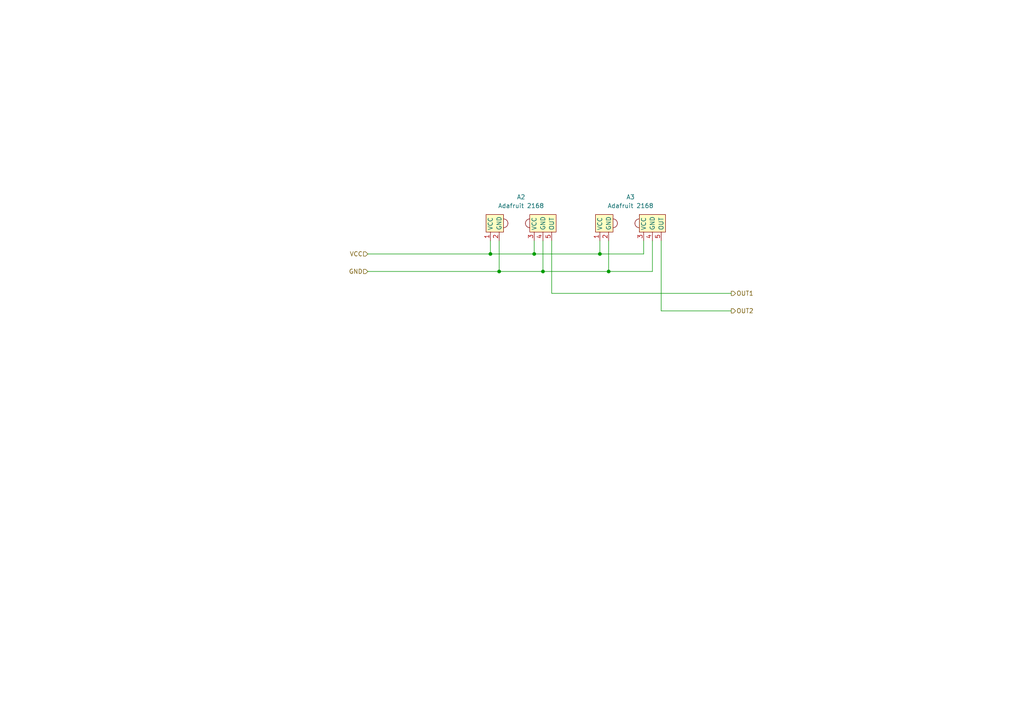
<source format=kicad_sch>
(kicad_sch (version 20230121) (generator eeschema)
  (paper "A4")
  (lib_symbols
    (symbol "RTOS_Project_Library:Adafruit_2168"
      (property "Reference" "A" (at 0 0 0))
      (property "Value" "Adafruit 2168" (at 0 3.81 0))
      (symbol "Adafruit_2168_1_1"
        (rectangle (start -8.89 2.54) (end -3.81 -2.54) (fill (type background)))
        (arc (start -3.81 -1.27) (mid -2.912 -0.898) (end -2.54 0))
        (arc (start -2.54 0) (mid -2.912 0.898) (end -3.81 1.27))
        (arc (start 2.54 0) (mid 2.912 -0.898) (end 3.81 -1.27))
        (arc (start 3.81 1.27) (mid 2.912 0.898) (end 2.54 0))
        (rectangle (start 3.81 2.54) (end 11.43 -2.54) (fill (type background)))
        (pin passive line (at -7.62 -5.08 90) (length 2.54) (name "VCC") (number "1"))
        (pin passive line (at -5.08 -5.08 90) (length 2.54) (name "GND") (number "2"))
        (pin passive line (at 5.08 -5.08 90) (length 2.54) (name "VCC") (number "3"))
        (pin passive line (at 7.62 -5.08 90) (length 2.54) (name "GND") (number "4"))
        (pin passive line (at 10.16 -5.08 90) (length 2.54) (name "OUT") (number "5"))
      )
    )
  )
  (junction (at 142.24 73.66))
  (junction (at 173.99 73.66))
  (junction (at 157.48 78.74))
  (junction (at 176.53 78.74))
  (junction (at 144.78 78.74))
  (junction (at 154.94 73.66))
  (wire (pts (xy 212.09 85.09) (xy 160.02 85.09)))
  (wire (pts (xy 106.68 73.66) (xy 142.24 73.66)))
  (wire (pts (xy 106.68 78.74) (xy 144.78 78.74)))
  (wire (pts (xy 176.53 69.85) (xy 176.53 78.74)))
  (wire (pts (xy 173.99 73.66) (xy 154.94 73.66)))
  (wire (pts (xy 157.48 69.85) (xy 157.48 78.74)))
  (wire (pts (xy 173.99 69.85) (xy 173.99 73.66)))
  (wire (pts (xy 186.69 69.85) (xy 186.69 73.66)))
  (wire (pts (xy 154.94 73.66) (xy 142.24 73.66)))
  (wire (pts (xy 144.78 78.74) (xy 157.48 78.74)))
  (wire (pts (xy 189.23 78.74) (xy 176.53 78.74)))
  (wire (pts (xy 176.53 78.74) (xy 157.48 78.74)))
  (wire (pts (xy 186.69 73.66) (xy 173.99 73.66)))
  (wire (pts (xy 191.77 90.17) (xy 191.77 69.85)))
  (wire (pts (xy 154.94 69.85) (xy 154.94 73.66)))
  (wire (pts (xy 160.02 85.09) (xy 160.02 69.85)))
  (wire (pts (xy 212.09 90.17) (xy 191.77 90.17)))
  (wire (pts (xy 142.24 73.66) (xy 142.24 69.85)))
  (wire (pts (xy 189.23 69.85) (xy 189.23 78.74)))
  (wire (pts (xy 144.78 69.85) (xy 144.78 78.74)))
  (hierarchical_label "OUT2" (shape output) (at 212.09 90.17 0))
  (hierarchical_label "OUT1" (shape output) (at 212.09 85.09 0))
  (hierarchical_label "GND" (shape input) (at 106.68 78.74 180))
  (hierarchical_label "VCC" (shape input) (at 106.68 73.66 180))
  (symbol (lib_id "RTOS_Project_Library:Adafruit_2168") (at 181.61 64.77 0) (unit 1)
    (property "Reference" "A3" (at 182.88 57.15 0))
    (property "Value" "Adafruit 2168" (at 182.88 59.69 0))
  )
  (symbol (lib_id "RTOS_Project_Library:Adafruit_2168") (at 149.86 64.77 0) (unit 1)
    (property "Reference" "A2" (at 151.13 57.15 0))
    (property "Value" "Adafruit 2168" (at 151.13 59.69 0))
  )
)
</source>
